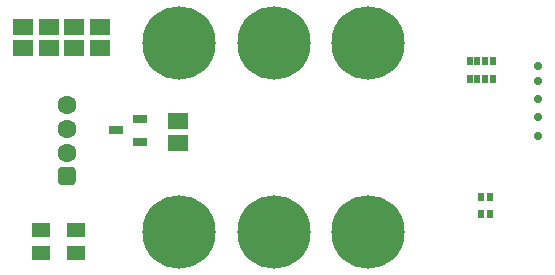
<source format=gbr>
G04*
G04 #@! TF.GenerationSoftware,Altium Limited,Altium Designer,23.0.1 (38)*
G04*
G04 Layer_Color=8388736*
%FSLAX24Y24*%
%MOIN*%
G70*
G04*
G04 #@! TF.SameCoordinates,76AA6A9F-6522-488D-AC0F-A5AD469E9F3A*
G04*
G04*
G04 #@! TF.FilePolarity,Negative*
G04*
G01*
G75*
%ADD19R,0.0671X0.0552*%
%ADD20R,0.0474X0.0316*%
%ADD21R,0.0198X0.0277*%
%ADD22R,0.0218X0.0277*%
%ADD23R,0.0611X0.0493*%
G04:AMPARAMS|DCode=24|XSize=63.1mil|YSize=63.1mil|CornerRadius=17.8mil|HoleSize=0mil|Usage=FLASHONLY|Rotation=90.000|XOffset=0mil|YOffset=0mil|HoleType=Round|Shape=RoundedRectangle|*
%AMROUNDEDRECTD24*
21,1,0.0631,0.0276,0,0,90.0*
21,1,0.0276,0.0631,0,0,90.0*
1,1,0.0356,0.0138,0.0138*
1,1,0.0356,0.0138,-0.0138*
1,1,0.0356,-0.0138,-0.0138*
1,1,0.0356,-0.0138,0.0138*
%
%ADD24ROUNDEDRECTD24*%
%ADD25C,0.0631*%
%ADD26C,0.2442*%
%ADD27C,0.0280*%
D19*
X38800Y40246D02*
D03*
Y40954D02*
D03*
X39650Y40246D02*
D03*
Y40954D02*
D03*
X40500Y40246D02*
D03*
Y40954D02*
D03*
X37950D02*
D03*
Y40246D02*
D03*
X43100Y37804D02*
D03*
Y37096D02*
D03*
D20*
X41056Y37500D02*
D03*
X41844Y37874D02*
D03*
Y37126D02*
D03*
D21*
X53507Y34724D02*
D03*
X53193D02*
D03*
Y35276D02*
D03*
X53507D02*
D03*
D22*
X52832Y39830D02*
D03*
Y39200D02*
D03*
X53600D02*
D03*
Y39830D02*
D03*
X53088D02*
D03*
Y39200D02*
D03*
X53344Y39830D02*
D03*
Y39200D02*
D03*
D23*
X39700Y34184D02*
D03*
Y33416D02*
D03*
X38550Y34184D02*
D03*
Y33416D02*
D03*
D24*
X39400Y35975D02*
D03*
D25*
Y36763D02*
D03*
Y37550D02*
D03*
Y38337D02*
D03*
D26*
X46295Y40421D02*
D03*
X49444D02*
D03*
X43145D02*
D03*
Y34122D02*
D03*
X46295D02*
D03*
X49444D02*
D03*
D27*
X55100Y39650D02*
D03*
Y37300D02*
D03*
Y37950D02*
D03*
Y38550D02*
D03*
Y39150D02*
D03*
M02*

</source>
